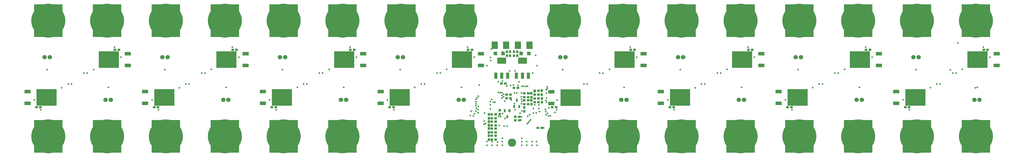
<source format=gbs>
G04*
G04 #@! TF.GenerationSoftware,Altium Limited,Altium Designer,19.0.15 (446)*
G04*
G04 Layer_Color=16711935*
%FSLAX25Y25*%
%MOIN*%
G70*
G01*
G75*
%ADD29R,0.03950X0.03753*%
%ADD30R,0.03753X0.03950*%
%ADD32R,0.03162X0.04737*%
%ADD40C,0.06706*%
%ADD42C,0.12611*%
%ADD43C,0.02572*%
%ADD44C,0.04737*%
%ADD63R,0.43307X0.50000*%
%ADD65R,0.09300X0.11599*%
%ADD66R,0.05524X0.05524*%
%ADD67R,0.30800X0.25800*%
%ADD68R,0.09461X0.05524*%
%ADD69R,0.13595X0.09265*%
%ADD70R,0.04737X0.09265*%
%ADD71C,0.51981*%
D29*
X39370Y-75787D02*
D03*
X45276D02*
D03*
X-2559Y-24606D02*
D03*
X-8465D02*
D03*
X-2559Y-30315D02*
D03*
X-8465D02*
D03*
X4921Y-63976D02*
D03*
X10827D02*
D03*
X4921Y-58661D02*
D03*
X10827D02*
D03*
X8858Y-14170D02*
D03*
X2953D02*
D03*
X-15953Y-7500D02*
D03*
X-10047D02*
D03*
X18701Y-33465D02*
D03*
X24606D02*
D03*
X-25197Y-87598D02*
D03*
X-31102D02*
D03*
X34449Y-18701D02*
D03*
X40354D02*
D03*
X-25197Y-65945D02*
D03*
X-31102D02*
D03*
X-25197Y-55118D02*
D03*
X-31102D02*
D03*
X18701Y-39370D02*
D03*
X24606D02*
D03*
X-25197Y-71850D02*
D03*
X-31102D02*
D03*
X18701Y-22638D02*
D03*
X24606D02*
D03*
X-25197Y-76772D02*
D03*
X-31102D02*
D03*
X34449Y-30512D02*
D03*
X40354D02*
D03*
X18701Y-28543D02*
D03*
X24606D02*
D03*
X-25197Y-93504D02*
D03*
X-31102D02*
D03*
X-25197Y-82677D02*
D03*
X-31102D02*
D03*
X34449Y-24606D02*
D03*
X40354D02*
D03*
X34449Y-36417D02*
D03*
X40354D02*
D03*
X-25197Y-61024D02*
D03*
X-31102D02*
D03*
X605709Y-44094D02*
D03*
X599803D02*
D03*
X426181D02*
D03*
X420276D02*
D03*
X246654D02*
D03*
X240748D02*
D03*
X67126D02*
D03*
X61221D02*
D03*
X719488Y44094D02*
D03*
X725394D02*
D03*
X539961D02*
D03*
X545866D02*
D03*
X360433D02*
D03*
X366339D02*
D03*
X180905D02*
D03*
X186811D02*
D03*
X-67126D02*
D03*
X-61221D02*
D03*
X-246654D02*
D03*
X-240748D02*
D03*
X-426181D02*
D03*
X-420276D02*
D03*
X-180905Y-44094D02*
D03*
X-186811D02*
D03*
X-360433D02*
D03*
X-366339D02*
D03*
X-539961D02*
D03*
X-545866D02*
D03*
X-605709Y44094D02*
D03*
X-599803D02*
D03*
X-719488Y-44094D02*
D03*
X-725394D02*
D03*
D30*
X45400Y-30547D02*
D03*
Y-36453D02*
D03*
X7874Y40945D02*
D03*
Y35039D02*
D03*
X-7874Y40945D02*
D03*
Y35039D02*
D03*
X2953Y40945D02*
D03*
Y35039D02*
D03*
X-2953Y40945D02*
D03*
Y35039D02*
D03*
X18701Y-50281D02*
D03*
Y-44375D02*
D03*
X-18758Y-54596D02*
D03*
Y-48690D02*
D03*
X29528Y-39370D02*
D03*
Y-33465D02*
D03*
Y-28543D02*
D03*
Y-22638D02*
D03*
X-35433Y-76772D02*
D03*
Y-82677D02*
D03*
Y-65945D02*
D03*
Y-71850D02*
D03*
Y-87598D02*
D03*
Y-93504D02*
D03*
X45276Y-18701D02*
D03*
Y-24606D02*
D03*
X-35433Y-55118D02*
D03*
Y-61024D02*
D03*
D32*
X-7480Y-58661D02*
D03*
X-3740Y-49213D02*
D03*
X-11220D02*
D03*
X7087Y-33465D02*
D03*
X3347Y-42913D02*
D03*
X10827D02*
D03*
D40*
X705118Y-32677D02*
D03*
X712992D02*
D03*
X620079Y32677D02*
D03*
X612205D02*
D03*
X525591Y-32677D02*
D03*
X533465D02*
D03*
X440551Y32677D02*
D03*
X432677D02*
D03*
X346063Y-32677D02*
D03*
X353937D02*
D03*
X261024Y32677D02*
D03*
X253150D02*
D03*
X166535Y-32677D02*
D03*
X174409D02*
D03*
X81496Y32677D02*
D03*
X73622D02*
D03*
X-81496Y-32677D02*
D03*
X-73622D02*
D03*
X-166535Y32677D02*
D03*
X-174409D02*
D03*
X-261024Y-32677D02*
D03*
X-253150D02*
D03*
X-346063Y32677D02*
D03*
X-353937D02*
D03*
X-440551Y-32677D02*
D03*
X-432677D02*
D03*
X-525591Y32677D02*
D03*
X-533465D02*
D03*
X-620079Y-32677D02*
D03*
X-612205D02*
D03*
X-705118Y32677D02*
D03*
X-712992D02*
D03*
D42*
X0Y-98425D02*
D03*
D43*
X35827Y35386D02*
D03*
X-33153Y32283D02*
D03*
X14764Y-102165D02*
D03*
X-14764D02*
D03*
X-38386D02*
D03*
X-30512D02*
D03*
X-22638D02*
D03*
X38386D02*
D03*
X30512D02*
D03*
X22638D02*
D03*
X22145Y-96653D02*
D03*
X30512D02*
D03*
X37227D02*
D03*
X-21949Y-97155D02*
D03*
X-30512Y-96653D02*
D03*
X-38386D02*
D03*
X61460Y-44200D02*
D03*
X40734Y-40400D02*
D03*
X-53411Y-29789D02*
D03*
X26938Y-55400D02*
D03*
X38386Y19685D02*
D03*
X-38583Y19638D02*
D03*
X-32480Y27559D02*
D03*
X-6500Y1642D02*
D03*
X25600Y37600D02*
D03*
X-14100Y40600D02*
D03*
X39300Y-75787D02*
D03*
X-3800Y11700D02*
D03*
X-14800Y-4100D02*
D03*
X4700Y11600D02*
D03*
X31500Y8200D02*
D03*
X24882Y6100D02*
D03*
X2300Y-10100D02*
D03*
X8900Y-10500D02*
D03*
X-2333Y-10527D02*
D03*
X-8100Y-11400D02*
D03*
X51600Y-33600D02*
D03*
X52499Y-36200D02*
D03*
X52500Y-29700D02*
D03*
Y-22400D02*
D03*
X52200Y-17400D02*
D03*
X53700Y-15200D02*
D03*
Y-12500D02*
D03*
X65200Y-52100D02*
D03*
X40800Y-45900D02*
D03*
X50900Y-47400D02*
D03*
X41900Y-50600D02*
D03*
X51500Y-50500D02*
D03*
X56200Y-45100D02*
D03*
X36900Y-52600D02*
D03*
X53800Y-53400D02*
D03*
X51800Y-55700D02*
D03*
X58500Y-57300D02*
D03*
X55400D02*
D03*
X-55000Y-32100D02*
D03*
X-51300Y-26900D02*
D03*
X-55000Y-35500D02*
D03*
Y-38900D02*
D03*
Y-42100D02*
D03*
X-51600Y-43100D02*
D03*
X-54400Y-45669D02*
D03*
X-52100Y-47600D02*
D03*
X-42028Y-52854D02*
D03*
X-62400Y-50000D02*
D03*
X-55200Y-50100D02*
D03*
X-51700Y-52600D02*
D03*
X-57600Y-54100D02*
D03*
X-63625Y-56800D02*
D03*
X-40354Y-68898D02*
D03*
X-59200Y-57300D02*
D03*
X-42400Y-65300D02*
D03*
X-42700Y-70000D02*
D03*
X14803Y-96653D02*
D03*
X-14961Y-96457D02*
D03*
X67815Y-48031D02*
D03*
X-4700Y-49343D02*
D03*
X12201Y40364D02*
D03*
X45200Y-17142D02*
D03*
X27500Y-22842D02*
D03*
X28200Y-33106D02*
D03*
X10500Y-4843D02*
D03*
X-35700Y-70218D02*
D03*
X-21000Y-4942D02*
D03*
X-1575Y-32933D02*
D03*
X-31890Y44882D02*
D03*
X30315Y46457D02*
D03*
X680043Y54724D02*
D03*
X23622Y-11811D02*
D03*
X24016Y-57480D02*
D03*
X20866Y-11811D02*
D03*
X18021D02*
D03*
X15354D02*
D03*
X-32992Y-35141D02*
D03*
X-31102Y-31988D02*
D03*
X-20866Y-21260D02*
D03*
X-28740Y-36220D02*
D03*
X-25984Y-36220D02*
D03*
X-18110Y-21654D02*
D03*
X-15354D02*
D03*
Y-29921D02*
D03*
X14272Y-21850D02*
D03*
X14173Y-38780D02*
D03*
Y-27953D02*
D03*
Y-31496D02*
D03*
X13632Y-63779D02*
D03*
X14173Y-58543D02*
D03*
X12205Y-53150D02*
D03*
X-10827Y-61230D02*
D03*
X-14764Y-91535D02*
D03*
X-11024Y-34646D02*
D03*
X14764Y-91535D02*
D03*
X48228Y-75787D02*
D03*
X-50197Y-9843D02*
D03*
X24803Y-22343D02*
D03*
X77167Y13780D02*
D03*
X-25197Y-87598D02*
D03*
X4528Y-48031D02*
D03*
X3543Y-22343D02*
D03*
X7126Y-21811D02*
D03*
X706693Y-14173D02*
D03*
X677264Y8268D02*
D03*
X-35433Y-82677D02*
D03*
Y-60916D02*
D03*
X-7480Y-73032D02*
D03*
X-12205D02*
D03*
X3543Y-38780D02*
D03*
X15157Y-35039D02*
D03*
X-20472Y-58268D02*
D03*
X-17323D02*
D03*
X-14567Y-53543D02*
D03*
X34646Y-40157D02*
D03*
X668504Y13386D02*
D03*
X709447Y-13780D02*
D03*
X68405Y-32874D02*
D03*
X109449Y-8268D02*
D03*
X138583Y7972D02*
D03*
X148425Y14075D02*
D03*
X279331Y-14173D02*
D03*
X288976Y-8268D02*
D03*
X318110Y8366D02*
D03*
X327953Y14173D02*
D03*
X458661Y-14075D02*
D03*
X468504Y-8169D02*
D03*
X497638Y8268D02*
D03*
X507382Y13878D02*
D03*
X638189Y-14075D02*
D03*
X648032Y-8268D02*
D03*
X687008Y14075D02*
D03*
X-19685Y-71850D02*
D03*
X-709447Y13780D02*
D03*
X-25000Y-76673D02*
D03*
X-25098Y-65945D02*
D03*
X-25197Y-55118D02*
D03*
X34449Y-20669D02*
D03*
Y-30315D02*
D03*
X-109448Y8268D02*
D03*
X-99606Y14075D02*
D03*
X-50787Y20079D02*
D03*
X-138583Y-8268D02*
D03*
X-148425Y-13780D02*
D03*
X-288976Y8268D02*
D03*
X-279134Y14173D02*
D03*
X-318110Y-8268D02*
D03*
X-327559Y-13780D02*
D03*
X-458661Y14075D02*
D03*
X-468504Y8268D02*
D03*
X-507480Y-14173D02*
D03*
X-497638Y-8268D02*
D03*
X-648032Y8268D02*
D03*
X-638189Y13780D02*
D03*
X-677165Y-8268D02*
D03*
X-687008Y-14173D02*
D03*
X23110Y-69291D02*
D03*
X24882Y-67323D02*
D03*
X26654Y-65394D02*
D03*
X28307Y-63386D02*
D03*
X-33071Y-46749D02*
D03*
X-15354Y-25984D02*
D03*
X-13081Y-28042D02*
D03*
Y-24016D02*
D03*
X-7087Y-58661D02*
D03*
X7087Y-33465D02*
D03*
X14961Y-49606D02*
D03*
X32677Y-46063D02*
D03*
Y-52953D02*
D03*
X-33071Y-40157D02*
D03*
X653051Y-8268D02*
D03*
X606299Y-48031D02*
D03*
X615750Y13780D02*
D03*
X586024Y-20079D02*
D03*
X596457Y-32677D02*
D03*
X473524Y-8268D02*
D03*
X426772Y-48031D02*
D03*
X436222Y13780D02*
D03*
X406496Y-20079D02*
D03*
X416929Y-32677D02*
D03*
X293996Y-8268D02*
D03*
X247244Y-48031D02*
D03*
X256694Y13780D02*
D03*
X226969Y-20079D02*
D03*
X237402Y-32677D02*
D03*
X114469Y-8268D02*
D03*
X-114469Y8268D02*
D03*
X-67716Y48031D02*
D03*
X-77167Y-13780D02*
D03*
X-57874Y32677D02*
D03*
X-293996Y8268D02*
D03*
X-247244Y48031D02*
D03*
X-226969Y20079D02*
D03*
X-256694Y-13780D02*
D03*
X-237402Y32677D02*
D03*
X-473524Y8268D02*
D03*
X-426772Y48031D02*
D03*
X-406496Y20079D02*
D03*
X-436222Y-13780D02*
D03*
X-416929Y32677D02*
D03*
X672146Y8268D02*
D03*
X718898Y48031D02*
D03*
X739173Y20079D02*
D03*
X728740Y32677D02*
D03*
X492618Y8268D02*
D03*
X539370Y48031D02*
D03*
X559646Y20079D02*
D03*
X529920Y-13780D02*
D03*
X549213Y32677D02*
D03*
X313090Y8268D02*
D03*
X359842Y48031D02*
D03*
X380118Y20079D02*
D03*
X350392Y-13780D02*
D03*
X369685Y32677D02*
D03*
X133563Y8268D02*
D03*
X190157Y32677D02*
D03*
X180315Y48031D02*
D03*
X170865Y-13780D02*
D03*
X200591Y20079D02*
D03*
X-133563Y-8268D02*
D03*
X-190157Y-32677D02*
D03*
X-180315Y-48031D02*
D03*
X-170865Y13780D02*
D03*
X-200591Y-20079D02*
D03*
X-313090Y-8268D02*
D03*
X-369685Y-32677D02*
D03*
X-359842Y-48031D02*
D03*
X-350392Y13780D02*
D03*
X-380118Y-20079D02*
D03*
X-492618Y-8268D02*
D03*
X-549213Y-32677D02*
D03*
X-539370Y-48031D02*
D03*
X-529920Y13780D02*
D03*
X-559646Y-20079D02*
D03*
X-653051Y8268D02*
D03*
X-596457Y32677D02*
D03*
X-606299Y48031D02*
D03*
X-615750Y-13780D02*
D03*
X-586024Y20079D02*
D03*
X-739173Y-20079D02*
D03*
X-728740Y-32677D02*
D03*
X-718898Y-48031D02*
D03*
X-672146Y-8268D02*
D03*
D44*
X702094Y-103381D02*
D03*
X697358Y-100646D02*
D03*
X693842Y-96457D02*
D03*
X691971Y-91317D02*
D03*
X691971Y-85848D02*
D03*
X693842Y-80709D02*
D03*
X697358Y-76519D02*
D03*
X702094Y-73784D02*
D03*
X707480Y-72835D02*
D03*
X712866Y-73784D02*
D03*
X717603Y-76519D02*
D03*
X721118Y-80709D02*
D03*
X722989Y-85848D02*
D03*
X722989Y-91317D02*
D03*
X721118Y-96457D02*
D03*
X717603Y-100646D02*
D03*
X712866Y-103381D02*
D03*
X707480Y-104331D02*
D03*
X712866Y103381D02*
D03*
X717603Y100646D02*
D03*
X721118Y96457D02*
D03*
X722989Y91317D02*
D03*
X722989Y85848D02*
D03*
X721118Y80709D02*
D03*
X717603Y76519D02*
D03*
X712866Y73784D02*
D03*
X707480Y72835D02*
D03*
X702094Y73784D02*
D03*
X697358Y76519D02*
D03*
X693842Y80709D02*
D03*
X691971Y85848D02*
D03*
Y91317D02*
D03*
X693842Y96457D02*
D03*
X697358Y100646D02*
D03*
X702094Y103381D02*
D03*
X707480Y104331D02*
D03*
X623103Y103381D02*
D03*
X627839Y100646D02*
D03*
X631355Y96457D02*
D03*
X633225Y91317D02*
D03*
X633225Y85848D02*
D03*
X631355Y80709D02*
D03*
X627839Y76519D02*
D03*
X623103Y73784D02*
D03*
X617717Y72835D02*
D03*
X612330Y73784D02*
D03*
X607594Y76519D02*
D03*
X604078Y80709D02*
D03*
X602208Y85848D02*
D03*
X602208Y91317D02*
D03*
X604078Y96457D02*
D03*
X607594Y100646D02*
D03*
X612330Y103381D02*
D03*
X617717Y104331D02*
D03*
X612330Y-103381D02*
D03*
X607594Y-100646D02*
D03*
X604078Y-96457D02*
D03*
X602208Y-91317D02*
D03*
X602208Y-85848D02*
D03*
X604078Y-80709D02*
D03*
X607594Y-76519D02*
D03*
X612330Y-73784D02*
D03*
X617717Y-72835D02*
D03*
X623103Y-73784D02*
D03*
X627839Y-76519D02*
D03*
X631355Y-80709D02*
D03*
X633225Y-85848D02*
D03*
Y-91317D02*
D03*
X631355Y-96457D02*
D03*
X627839Y-100646D02*
D03*
X623103Y-103381D02*
D03*
X617717Y-104331D02*
D03*
X522567Y-103381D02*
D03*
X517830Y-100646D02*
D03*
X514315Y-96457D02*
D03*
X512444Y-91317D02*
D03*
X512444Y-85848D02*
D03*
X514315Y-80709D02*
D03*
X517830Y-76519D02*
D03*
X522567Y-73784D02*
D03*
X527953Y-72835D02*
D03*
X533339Y-73784D02*
D03*
X538075Y-76519D02*
D03*
X541591Y-80709D02*
D03*
X543462Y-85848D02*
D03*
X543462Y-91317D02*
D03*
X541591Y-96457D02*
D03*
X538075Y-100646D02*
D03*
X533339Y-103381D02*
D03*
X527953Y-104331D02*
D03*
X533339Y103381D02*
D03*
X538075Y100646D02*
D03*
X541591Y96457D02*
D03*
X543462Y91317D02*
D03*
X543462Y85848D02*
D03*
X541591Y80709D02*
D03*
X538075Y76519D02*
D03*
X533339Y73784D02*
D03*
X527953Y72835D02*
D03*
X522567Y73784D02*
D03*
X517830Y76519D02*
D03*
X514315Y80709D02*
D03*
X512444Y85848D02*
D03*
Y91317D02*
D03*
X514315Y96457D02*
D03*
X517830Y100646D02*
D03*
X522567Y103381D02*
D03*
X527953Y104331D02*
D03*
X443575Y103381D02*
D03*
X448312Y100646D02*
D03*
X451827Y96457D02*
D03*
X453698Y91317D02*
D03*
X453698Y85848D02*
D03*
X451827Y80709D02*
D03*
X448312Y76519D02*
D03*
X443575Y73784D02*
D03*
X438189Y72835D02*
D03*
X432803Y73784D02*
D03*
X428066Y76519D02*
D03*
X424551Y80709D02*
D03*
X422680Y85848D02*
D03*
X422680Y91317D02*
D03*
X424551Y96457D02*
D03*
X428066Y100646D02*
D03*
X432803Y103381D02*
D03*
X438189Y104331D02*
D03*
X432803Y-103381D02*
D03*
X428066Y-100646D02*
D03*
X424551Y-96457D02*
D03*
X422680Y-91317D02*
D03*
X422680Y-85848D02*
D03*
X424551Y-80709D02*
D03*
X428066Y-76519D02*
D03*
X432803Y-73784D02*
D03*
X438189Y-72835D02*
D03*
X443575Y-73784D02*
D03*
X448312Y-76519D02*
D03*
X451827Y-80709D02*
D03*
X453698Y-85848D02*
D03*
Y-91317D02*
D03*
X451827Y-96457D02*
D03*
X448312Y-100646D02*
D03*
X443575Y-103381D02*
D03*
X438189Y-104331D02*
D03*
X343039Y-103381D02*
D03*
X338303Y-100646D02*
D03*
X334787Y-96457D02*
D03*
X332916Y-91317D02*
D03*
X332916Y-85848D02*
D03*
X334787Y-80709D02*
D03*
X338302Y-76519D02*
D03*
X343039Y-73784D02*
D03*
X348425Y-72835D02*
D03*
X353811Y-73784D02*
D03*
X358548Y-76519D02*
D03*
X362063Y-80709D02*
D03*
X363934Y-85848D02*
D03*
X363934Y-91317D02*
D03*
X362063Y-96457D02*
D03*
X358548Y-100646D02*
D03*
X353811Y-103381D02*
D03*
X348425Y-104331D02*
D03*
X353811Y103381D02*
D03*
X358548Y100646D02*
D03*
X362063Y96457D02*
D03*
X363934Y91317D02*
D03*
X363934Y85848D02*
D03*
X362063Y80709D02*
D03*
X358548Y76519D02*
D03*
X353811Y73784D02*
D03*
X348425Y72835D02*
D03*
X343039Y73784D02*
D03*
X338303Y76519D02*
D03*
X334787Y80709D02*
D03*
X332916Y85848D02*
D03*
Y91317D02*
D03*
X334787Y96457D02*
D03*
X338303Y100646D02*
D03*
X343039Y103381D02*
D03*
X348425Y104331D02*
D03*
X264048Y103381D02*
D03*
X268784Y100646D02*
D03*
X272300Y96457D02*
D03*
X274170Y91317D02*
D03*
X274170Y85848D02*
D03*
X272300Y80709D02*
D03*
X268784Y76519D02*
D03*
X264048Y73784D02*
D03*
X258661Y72835D02*
D03*
X253275Y73784D02*
D03*
X248539Y76519D02*
D03*
X245023Y80709D02*
D03*
X243153Y85848D02*
D03*
X243153Y91317D02*
D03*
X245023Y96457D02*
D03*
X248539Y100646D02*
D03*
X253275Y103381D02*
D03*
X258661Y104331D02*
D03*
X253275Y-103381D02*
D03*
X248539Y-100646D02*
D03*
X245023Y-96457D02*
D03*
X243153Y-91317D02*
D03*
X243153Y-85848D02*
D03*
X245023Y-80709D02*
D03*
X248539Y-76519D02*
D03*
X253275Y-73784D02*
D03*
X258661Y-72835D02*
D03*
X264048Y-73784D02*
D03*
X268784Y-76519D02*
D03*
X272300Y-80709D02*
D03*
X274170Y-85848D02*
D03*
Y-91317D02*
D03*
X272300Y-96457D02*
D03*
X268784Y-100646D02*
D03*
X264048Y-103381D02*
D03*
X258661Y-104331D02*
D03*
X163512Y-103381D02*
D03*
X158775Y-100646D02*
D03*
X155259Y-96457D02*
D03*
X153389Y-91317D02*
D03*
X153389Y-85848D02*
D03*
X155259Y-80709D02*
D03*
X158775Y-76519D02*
D03*
X163512Y-73784D02*
D03*
X168898Y-72835D02*
D03*
X174284Y-73784D02*
D03*
X179020Y-76519D02*
D03*
X182536Y-80709D02*
D03*
X184406Y-85848D02*
D03*
X184406Y-91317D02*
D03*
X182536Y-96457D02*
D03*
X179020Y-100646D02*
D03*
X174284Y-103381D02*
D03*
X168898Y-104331D02*
D03*
X174284Y103381D02*
D03*
X179020Y100646D02*
D03*
X182536Y96457D02*
D03*
X184406Y91317D02*
D03*
X184406Y85848D02*
D03*
X182536Y80709D02*
D03*
X179020Y76519D02*
D03*
X174284Y73784D02*
D03*
X168898Y72835D02*
D03*
X163512Y73784D02*
D03*
X158775Y76519D02*
D03*
X155259Y80709D02*
D03*
X153389Y85848D02*
D03*
Y91317D02*
D03*
X155259Y96457D02*
D03*
X158775Y100646D02*
D03*
X163512Y103381D02*
D03*
X168898Y104331D02*
D03*
X84520Y103381D02*
D03*
X89257Y100646D02*
D03*
X92772Y96457D02*
D03*
X94643Y91317D02*
D03*
X94643Y85848D02*
D03*
X92772Y80709D02*
D03*
X89257Y76519D02*
D03*
X84520Y73784D02*
D03*
X79134Y72835D02*
D03*
X73748Y73784D02*
D03*
X69011Y76519D02*
D03*
X65496Y80709D02*
D03*
X63625Y85848D02*
D03*
X63625Y91317D02*
D03*
X65496Y96457D02*
D03*
X69011Y100646D02*
D03*
X73748Y103381D02*
D03*
X79134Y104331D02*
D03*
X73748Y-103381D02*
D03*
X69011Y-100646D02*
D03*
X65496Y-96457D02*
D03*
X63625Y-91317D02*
D03*
X63625Y-85848D02*
D03*
X65496Y-80709D02*
D03*
X69011Y-76519D02*
D03*
X73748Y-73784D02*
D03*
X79134Y-72835D02*
D03*
X84520Y-73784D02*
D03*
X89257Y-76519D02*
D03*
X92772Y-80709D02*
D03*
X94643Y-85848D02*
D03*
Y-91317D02*
D03*
X92772Y-96457D02*
D03*
X89257Y-100646D02*
D03*
X84520Y-103381D02*
D03*
X79134Y-104331D02*
D03*
X-84520Y-103381D02*
D03*
X-89257Y-100646D02*
D03*
X-92772Y-96457D02*
D03*
X-94643Y-91317D02*
D03*
X-94643Y-85848D02*
D03*
X-92772Y-80709D02*
D03*
X-89257Y-76519D02*
D03*
X-84520Y-73784D02*
D03*
X-79134Y-72835D02*
D03*
X-73748Y-73784D02*
D03*
X-69011Y-76519D02*
D03*
X-65496Y-80709D02*
D03*
X-63625Y-85848D02*
D03*
X-63625Y-91317D02*
D03*
X-65496Y-96457D02*
D03*
X-69011Y-100646D02*
D03*
X-73748Y-103381D02*
D03*
X-79134Y-104331D02*
D03*
X-73748Y103381D02*
D03*
X-69011Y100646D02*
D03*
X-65496Y96457D02*
D03*
X-63625Y91317D02*
D03*
X-63625Y85848D02*
D03*
X-65496Y80709D02*
D03*
X-69011Y76519D02*
D03*
X-73748Y73784D02*
D03*
X-79134Y72835D02*
D03*
X-84520Y73784D02*
D03*
X-89257Y76519D02*
D03*
X-92772Y80709D02*
D03*
X-94643Y85848D02*
D03*
Y91317D02*
D03*
X-92772Y96457D02*
D03*
X-89257Y100646D02*
D03*
X-84520Y103381D02*
D03*
X-79134Y104331D02*
D03*
X-163512Y103381D02*
D03*
X-158775Y100646D02*
D03*
X-155259Y96457D02*
D03*
X-153389Y91317D02*
D03*
X-153389Y85848D02*
D03*
X-155259Y80709D02*
D03*
X-158775Y76519D02*
D03*
X-163512Y73784D02*
D03*
X-168898Y72835D02*
D03*
X-174284Y73784D02*
D03*
X-179020Y76519D02*
D03*
X-182536Y80709D02*
D03*
X-184406Y85848D02*
D03*
X-184406Y91317D02*
D03*
X-182536Y96457D02*
D03*
X-179020Y100646D02*
D03*
X-174284Y103381D02*
D03*
X-168898Y104331D02*
D03*
X-174284Y-103381D02*
D03*
X-179020Y-100646D02*
D03*
X-182536Y-96457D02*
D03*
X-184406Y-91317D02*
D03*
X-184406Y-85848D02*
D03*
X-182536Y-80709D02*
D03*
X-179020Y-76519D02*
D03*
X-174284Y-73784D02*
D03*
X-168898Y-72835D02*
D03*
X-163512Y-73784D02*
D03*
X-158775Y-76519D02*
D03*
X-155259Y-80709D02*
D03*
X-153389Y-85848D02*
D03*
Y-91317D02*
D03*
X-155259Y-96457D02*
D03*
X-158775Y-100646D02*
D03*
X-163512Y-103381D02*
D03*
X-168898Y-104331D02*
D03*
X-264048Y-103381D02*
D03*
X-268784Y-100646D02*
D03*
X-272300Y-96457D02*
D03*
X-274170Y-91317D02*
D03*
X-274170Y-85848D02*
D03*
X-272300Y-80709D02*
D03*
X-268784Y-76519D02*
D03*
X-264048Y-73784D02*
D03*
X-258661Y-72835D02*
D03*
X-253275Y-73784D02*
D03*
X-248539Y-76519D02*
D03*
X-245023Y-80709D02*
D03*
X-243153Y-85848D02*
D03*
X-243153Y-91317D02*
D03*
X-245023Y-96457D02*
D03*
X-248539Y-100646D02*
D03*
X-253275Y-103381D02*
D03*
X-258661Y-104331D02*
D03*
X-253275Y103381D02*
D03*
X-248539Y100646D02*
D03*
X-245023Y96457D02*
D03*
X-243153Y91317D02*
D03*
X-243153Y85848D02*
D03*
X-245023Y80709D02*
D03*
X-248539Y76519D02*
D03*
X-253275Y73784D02*
D03*
X-258661Y72835D02*
D03*
X-264048Y73784D02*
D03*
X-268784Y76519D02*
D03*
X-272300Y80709D02*
D03*
X-274170Y85848D02*
D03*
Y91317D02*
D03*
X-272300Y96457D02*
D03*
X-268784Y100646D02*
D03*
X-264048Y103381D02*
D03*
X-258661Y104331D02*
D03*
X-343039Y103381D02*
D03*
X-338303Y100646D02*
D03*
X-334787Y96457D02*
D03*
X-332916Y91317D02*
D03*
X-332916Y85848D02*
D03*
X-334787Y80709D02*
D03*
X-338303Y76519D02*
D03*
X-343039Y73784D02*
D03*
X-348425Y72835D02*
D03*
X-353811Y73784D02*
D03*
X-358548Y76519D02*
D03*
X-362063Y80709D02*
D03*
X-363934Y85848D02*
D03*
X-363934Y91317D02*
D03*
X-362063Y96457D02*
D03*
X-358548Y100646D02*
D03*
X-353811Y103381D02*
D03*
X-348425Y104331D02*
D03*
X-353811Y-103381D02*
D03*
X-358548Y-100646D02*
D03*
X-362063Y-96457D02*
D03*
X-363934Y-91317D02*
D03*
X-363934Y-85848D02*
D03*
X-362063Y-80709D02*
D03*
X-358548Y-76519D02*
D03*
X-353811Y-73784D02*
D03*
X-348425Y-72835D02*
D03*
X-343039Y-73784D02*
D03*
X-338303Y-76519D02*
D03*
X-334787Y-80709D02*
D03*
X-332916Y-85848D02*
D03*
Y-91317D02*
D03*
X-334787Y-96457D02*
D03*
X-338303Y-100646D02*
D03*
X-343039Y-103381D02*
D03*
X-348425Y-104331D02*
D03*
X-443575Y-103381D02*
D03*
X-448312Y-100646D02*
D03*
X-451827Y-96457D02*
D03*
X-453698Y-91317D02*
D03*
X-453698Y-85848D02*
D03*
X-451827Y-80709D02*
D03*
X-448312Y-76519D02*
D03*
X-443575Y-73784D02*
D03*
X-438189Y-72835D02*
D03*
X-432803Y-73784D02*
D03*
X-428066Y-76519D02*
D03*
X-424551Y-80709D02*
D03*
X-422680Y-85848D02*
D03*
X-422680Y-91317D02*
D03*
X-424551Y-96457D02*
D03*
X-428066Y-100646D02*
D03*
X-432803Y-103381D02*
D03*
X-438189Y-104331D02*
D03*
X-432803Y103381D02*
D03*
X-428066Y100646D02*
D03*
X-424551Y96457D02*
D03*
X-422680Y91317D02*
D03*
X-422680Y85848D02*
D03*
X-424551Y80709D02*
D03*
X-428066Y76519D02*
D03*
X-432803Y73784D02*
D03*
X-438189Y72835D02*
D03*
X-443575Y73784D02*
D03*
X-448312Y76519D02*
D03*
X-451827Y80709D02*
D03*
X-453698Y85848D02*
D03*
Y91317D02*
D03*
X-451827Y96457D02*
D03*
X-448312Y100646D02*
D03*
X-443575Y103381D02*
D03*
X-438189Y104331D02*
D03*
X-522567Y103381D02*
D03*
X-517830Y100646D02*
D03*
X-514315Y96457D02*
D03*
X-512444Y91317D02*
D03*
X-512444Y85848D02*
D03*
X-514315Y80709D02*
D03*
X-517830Y76519D02*
D03*
X-522567Y73784D02*
D03*
X-527953Y72835D02*
D03*
X-533339Y73784D02*
D03*
X-538075Y76519D02*
D03*
X-541591Y80709D02*
D03*
X-543462Y85848D02*
D03*
X-543462Y91317D02*
D03*
X-541591Y96457D02*
D03*
X-538075Y100646D02*
D03*
X-533339Y103381D02*
D03*
X-527953Y104331D02*
D03*
X-533339Y-103381D02*
D03*
X-538075Y-100646D02*
D03*
X-541591Y-96457D02*
D03*
X-543462Y-91317D02*
D03*
X-543462Y-85848D02*
D03*
X-541591Y-80709D02*
D03*
X-538075Y-76519D02*
D03*
X-533339Y-73784D02*
D03*
X-527953Y-72835D02*
D03*
X-522567Y-73784D02*
D03*
X-517830Y-76519D02*
D03*
X-514315Y-80709D02*
D03*
X-512444Y-85848D02*
D03*
Y-91317D02*
D03*
X-514315Y-96457D02*
D03*
X-517830Y-100646D02*
D03*
X-522567Y-103381D02*
D03*
X-527953Y-104331D02*
D03*
X-623103Y-103381D02*
D03*
X-627839Y-100646D02*
D03*
X-631355Y-96457D02*
D03*
X-633225Y-91317D02*
D03*
X-633225Y-85848D02*
D03*
X-631355Y-80709D02*
D03*
X-627839Y-76519D02*
D03*
X-623103Y-73784D02*
D03*
X-617717Y-72835D02*
D03*
X-612330Y-73784D02*
D03*
X-607594Y-76519D02*
D03*
X-604078Y-80709D02*
D03*
X-602208Y-85848D02*
D03*
X-602208Y-91317D02*
D03*
X-604078Y-96457D02*
D03*
X-607594Y-100646D02*
D03*
X-612330Y-103381D02*
D03*
X-617717Y-104331D02*
D03*
X-612330Y103381D02*
D03*
X-607594Y100646D02*
D03*
X-604078Y96457D02*
D03*
X-602208Y91317D02*
D03*
X-602208Y85848D02*
D03*
X-604078Y80709D02*
D03*
X-607594Y76519D02*
D03*
X-612330Y73784D02*
D03*
X-617717Y72835D02*
D03*
X-623103Y73784D02*
D03*
X-627839Y76519D02*
D03*
X-631355Y80709D02*
D03*
X-633225Y85848D02*
D03*
Y91317D02*
D03*
X-631355Y96457D02*
D03*
X-627839Y100646D02*
D03*
X-623103Y103381D02*
D03*
X-617717Y104331D02*
D03*
X-702094Y103381D02*
D03*
X-697358Y100646D02*
D03*
X-693842Y96457D02*
D03*
X-691971Y91317D02*
D03*
X-691971Y85848D02*
D03*
X-693842Y80709D02*
D03*
X-697358Y76519D02*
D03*
X-702094Y73784D02*
D03*
X-707480Y72835D02*
D03*
X-712866Y73784D02*
D03*
X-717603Y76519D02*
D03*
X-721118Y80709D02*
D03*
X-722989Y85848D02*
D03*
X-722989Y91317D02*
D03*
X-721118Y96457D02*
D03*
X-717603Y100646D02*
D03*
X-712866Y103381D02*
D03*
X-707480Y104331D02*
D03*
X-712866Y-103381D02*
D03*
X-717603Y-100646D02*
D03*
X-721118Y-96457D02*
D03*
X-722989Y-91317D02*
D03*
X-722989Y-85848D02*
D03*
X-721118Y-80709D02*
D03*
X-717603Y-76519D02*
D03*
X-712866Y-73784D02*
D03*
X-707480Y-72835D02*
D03*
X-702094Y-73784D02*
D03*
X-697358Y-76519D02*
D03*
X-693842Y-80709D02*
D03*
X-691971Y-85848D02*
D03*
Y-91317D02*
D03*
X-693842Y-96457D02*
D03*
X-697358Y-100646D02*
D03*
X-702094Y-103381D02*
D03*
X-707480Y-104331D02*
D03*
D63*
X707480Y-88583D02*
D03*
Y88583D02*
D03*
X617717Y88582D02*
D03*
Y-88583D02*
D03*
X527953D02*
D03*
Y88583D02*
D03*
X438189Y88583D02*
D03*
Y-88583D02*
D03*
X348425D02*
D03*
Y88583D02*
D03*
X258661Y88582D02*
D03*
Y-88583D02*
D03*
X168898D02*
D03*
Y88583D02*
D03*
X79134Y88582D02*
D03*
Y-88583D02*
D03*
X-79134Y-88583D02*
D03*
Y88583D02*
D03*
X-168898Y88583D02*
D03*
Y-88583D02*
D03*
X-258661D02*
D03*
Y88583D02*
D03*
X-348425Y88582D02*
D03*
Y-88583D02*
D03*
X-438189D02*
D03*
Y88583D02*
D03*
X-527953Y88583D02*
D03*
Y-88583D02*
D03*
X-617717D02*
D03*
Y88583D02*
D03*
X-707480Y88582D02*
D03*
Y-88583D02*
D03*
D65*
X9016Y51181D02*
D03*
X26417D02*
D03*
X-9016D02*
D03*
X-26417D02*
D03*
D66*
X25591Y38386D02*
D03*
X13780D02*
D03*
X-13780D02*
D03*
X-25591D02*
D03*
D67*
X-76575Y28937D02*
D03*
X-710039Y-28937D02*
D03*
X89173Y-29331D02*
D03*
X615158Y-28937D02*
D03*
X256102D02*
D03*
X435630D02*
D03*
X530512Y28937D02*
D03*
X350984D02*
D03*
X171457D02*
D03*
X710039D02*
D03*
X-256102D02*
D03*
X-435630D02*
D03*
X-171457Y-28937D02*
D03*
X-350984D02*
D03*
X-530512D02*
D03*
X-615158Y28937D02*
D03*
D68*
X-47441Y37992D02*
D03*
Y19882D02*
D03*
X-739173Y-37992D02*
D03*
Y-19882D02*
D03*
X60039Y-20276D02*
D03*
Y-38386D02*
D03*
X586024Y-19882D02*
D03*
Y-37992D02*
D03*
X226968Y-19882D02*
D03*
Y-37992D02*
D03*
X406496Y-19882D02*
D03*
Y-37992D02*
D03*
X559646Y19882D02*
D03*
Y37992D02*
D03*
X380118Y19882D02*
D03*
Y37992D02*
D03*
X200591Y19882D02*
D03*
Y37992D02*
D03*
X739173Y19882D02*
D03*
Y37992D02*
D03*
X-226968Y19882D02*
D03*
Y37992D02*
D03*
X-406496Y19882D02*
D03*
Y37992D02*
D03*
X-200591Y-19882D02*
D03*
Y-37992D02*
D03*
X-380118Y-19882D02*
D03*
Y-37992D02*
D03*
X-559646Y-19882D02*
D03*
Y-37992D02*
D03*
X-586024Y19882D02*
D03*
Y37992D02*
D03*
D69*
X-15748Y27264D02*
D03*
X15748D02*
D03*
D70*
X-24803Y4232D02*
D03*
X-15748D02*
D03*
X-6693D02*
D03*
X6693D02*
D03*
X15748D02*
D03*
X24803D02*
D03*
D71*
X707480Y88583D02*
D03*
Y-88583D02*
D03*
X617717D02*
D03*
Y88583D02*
D03*
X527953D02*
D03*
Y-88583D02*
D03*
X438189Y-88583D02*
D03*
Y88583D02*
D03*
X348425Y88583D02*
D03*
Y-88583D02*
D03*
X258661D02*
D03*
Y88583D02*
D03*
X168898D02*
D03*
Y-88583D02*
D03*
X79134Y-88583D02*
D03*
Y88583D02*
D03*
X-79134Y88583D02*
D03*
Y-88583D02*
D03*
X-168898Y-88583D02*
D03*
Y88583D02*
D03*
X-258661Y88583D02*
D03*
Y-88583D02*
D03*
X-348425D02*
D03*
Y88583D02*
D03*
X-438189D02*
D03*
Y-88583D02*
D03*
X-527953Y-88583D02*
D03*
Y88583D02*
D03*
X-617717Y88583D02*
D03*
Y-88583D02*
D03*
X-707480Y-88583D02*
D03*
Y88583D02*
D03*
M02*

</source>
